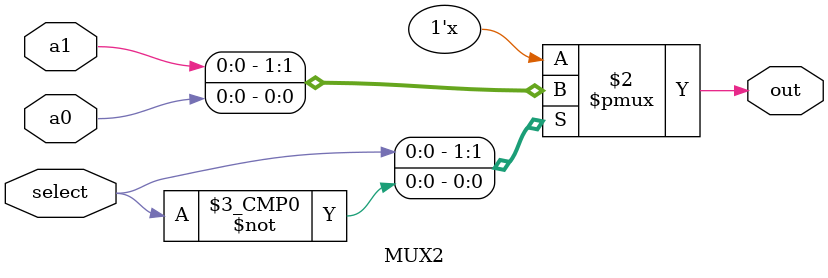
<source format=sv>
module datapath (
        input clk, 

        // register operand fetch stage
        input [2:0] readnum,
        input [1:0] vsel,
        input loada,
        input loadb,

        // computation stage (sometimes called "execute")
        input [1:0] shift, 
        input asel,
        input bsel,
        input [1:0] ALUop, 
        input loadc,
        input loads,

        // set when "writing back" to register file
        input [2:0] writenum,
        input write,
        input [15:0] sximm8,
        input [15:0] sximm5,

        // outputs
        output [2:0] status_out,
        output [15:0] datapath_out,

        // for lab 7
        input [8:0] PC,
        input [15:0] mdata
    );

    // instantiate Register File
    wire [15:0] data_in, data_out;
    regfile REGFILE(data_in, writenum, write, readnum, clk, data_out);

    // instantiate ALU
    wire [2:0] status;
    wire [15:0] outALU, Ain, Bin;
    ALU ALU(Ain, Bin, ALUop, outALU, status);

    // instantiate Shifter
    wire [15:0] sout, outB;
    shifter SHIFTER(outB, shift, sout);

    // instantiate Register A
    wire [15:0] outA;
    vDFFE2 #(16) REGA(clk, loada, data_out, outA);

    // instantiate Register B
    vDFFE2 #(16) REGB(clk, loadb, data_out, outB);

    // instantiate Register C
    vDFFE2 #(16) REGC(clk, loadc, outALU, datapath_out);

    // instantiate A select MUX2
    MUX2 #(16) MUX2A({16{1'b0}}, outA, asel, Ain);

    // instantiate B select MUX2
    MUX2 #(16) MUX2B(sximm5, sout, bsel, Bin);

    // instantiate vsel MUX4
    MUX4 #(16) MUX4V(mdata, sximm8, {7'b0, PC}, datapath_out, vsel, data_in);

    // instantiate Status Register
    vDFFE2 #(3) STATUS(clk, loads, status, status_out);
endmodule

// Register with load enabled
module vDFFE2(clk, en, in, out) ;
    parameter n = 1;  // width
    input clk, en ;
    input  [n-1:0] in ;
    output [n-1:0] out ;
    reg    [n-1:0] out ;
    wire   [n-1:0] next_out ;

    // if load is enabled, next output will be the input, otherwise don't change the output
    assign next_out = en ? in : out; 

    // on rising edge of clock assign output to the next output
    always @(posedge clk)
        out = next_out;  
endmodule

// 4-input, k-bit multiplexer with binary select
module MUX4(a3, a2, a1, a0, select, out) ;
    parameter k = 1 ;
    input [k-1:0] a3, a2, a1, a0;  // inputs
    input [1:0] select; // binary select
    output[k-1:0] out;
    reg [k-1:0] out;
    
    // a3 = mdata
    // a2 = sximm8
    // a1 = {8'b0, PC}
    // a0 = C

    // select output based on input
    always_comb begin
        case(select) 
        2'b11: out = a3;
        2'b10: out = a2;
        2'b01: out = a1;
        2'b00: out = a0;
        default: out =  {k{1'bx}};
        endcase
    end
endmodule

// 2-input, k-bit multiplexer with binary select 
module MUX2(a1, a0, select, out) ;
    parameter k = 1 ;
    input [k-1:0] a1, a0;  // inputs
    input select; // binary select
    output[k-1:0] out;
    reg [k-1:0] out;
    
    // select output based on input
    always_comb begin
        case(select) 
        1'b1: out = a1;
        1'b0: out = a0;
        default: out =  {k{1'bx}};
        endcase
    end
endmodule

</source>
